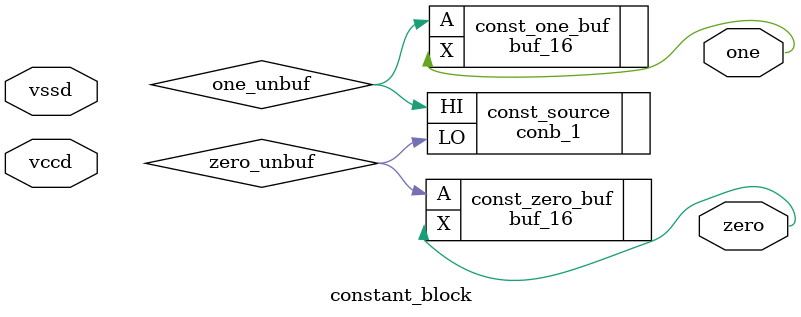
<source format=v>

`default_nettype none
/* 
 *---------------------------------------------------------------------
 * A simple module that generates buffered high and low outputs
 * in the 1.8V domain.
 *---------------------------------------------------------------------
 */

module constant_block (
    inout wire vccd,
    inout wire vssd,
    output wire one,
    output wire zero
);

    wire	one_unbuf;
    wire	zero_unbuf;

    conb_1 const_source (
        .HI(one_unbuf),
        .LO(zero_unbuf)
    );

    /* Buffer the constant outputs (could be synthesized) */
    /* NOTE:  Constant cell HI, LO outputs are connected to power	*/
    /* rails through an approximately 120 ohm resistor, which is not	*/
    /* enough to drive inputs in the I/O cells while ensuring ESD	*/
    /* requirements, without buffering.					*/

    buf_16 const_one_buf (
        .A(one_unbuf),
        .X(one)
    );

    buf_16 const_zero_buf (
        .A(zero_unbuf),
        .X(zero)
    );

endmodule
`default_nettype wire

</source>
